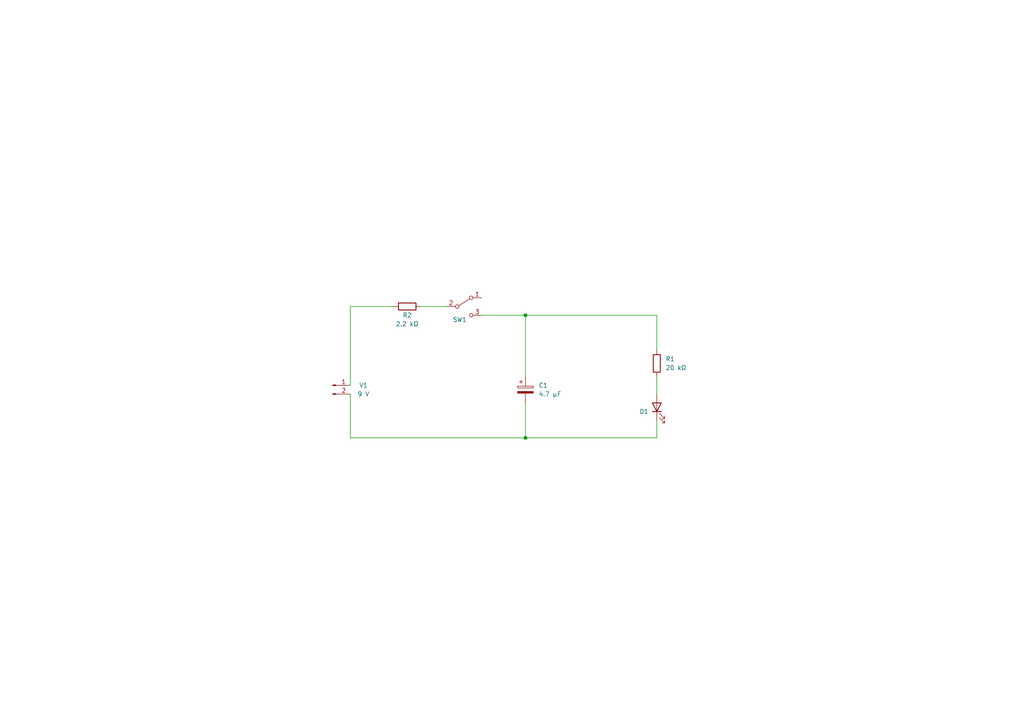
<source format=kicad_sch>
(kicad_sch (version 20211123) (generator eeschema)

  (uuid 3e101ecd-077b-4a72-aeec-f484574ea299)

  (paper "A4")

  (lib_symbols
    (symbol "Connector:Conn_01x02_Male" (pin_names (offset 1.016) hide) (in_bom yes) (on_board yes)
      (property "Reference" "J" (id 0) (at 0 2.54 0)
        (effects (font (size 1.27 1.27)))
      )
      (property "Value" "Conn_01x02_Male" (id 1) (at 0 -5.08 0)
        (effects (font (size 1.27 1.27)))
      )
      (property "Footprint" "" (id 2) (at 0 0 0)
        (effects (font (size 1.27 1.27)) hide)
      )
      (property "Datasheet" "~" (id 3) (at 0 0 0)
        (effects (font (size 1.27 1.27)) hide)
      )
      (property "ki_keywords" "connector" (id 4) (at 0 0 0)
        (effects (font (size 1.27 1.27)) hide)
      )
      (property "ki_description" "Generic connector, single row, 01x02, script generated (kicad-library-utils/schlib/autogen/connector/)" (id 5) (at 0 0 0)
        (effects (font (size 1.27 1.27)) hide)
      )
      (property "ki_fp_filters" "Connector*:*_1x??_*" (id 6) (at 0 0 0)
        (effects (font (size 1.27 1.27)) hide)
      )
      (symbol "Conn_01x02_Male_1_1"
        (polyline
          (pts
            (xy 1.27 -2.54)
            (xy 0.8636 -2.54)
          )
          (stroke (width 0.1524) (type default) (color 0 0 0 0))
          (fill (type none))
        )
        (polyline
          (pts
            (xy 1.27 0)
            (xy 0.8636 0)
          )
          (stroke (width 0.1524) (type default) (color 0 0 0 0))
          (fill (type none))
        )
        (rectangle (start 0.8636 -2.413) (end 0 -2.667)
          (stroke (width 0.1524) (type default) (color 0 0 0 0))
          (fill (type outline))
        )
        (rectangle (start 0.8636 0.127) (end 0 -0.127)
          (stroke (width 0.1524) (type default) (color 0 0 0 0))
          (fill (type outline))
        )
        (pin passive line (at 5.08 0 180) (length 3.81)
          (name "Pin_1" (effects (font (size 1.27 1.27))))
          (number "1" (effects (font (size 1.27 1.27))))
        )
        (pin passive line (at 5.08 -2.54 180) (length 3.81)
          (name "Pin_2" (effects (font (size 1.27 1.27))))
          (number "2" (effects (font (size 1.27 1.27))))
        )
      )
    )
    (symbol "Device:C_Polarized" (pin_numbers hide) (pin_names (offset 0.254)) (in_bom yes) (on_board yes)
      (property "Reference" "C" (id 0) (at 0.635 2.54 0)
        (effects (font (size 1.27 1.27)) (justify left))
      )
      (property "Value" "C_Polarized" (id 1) (at 0.635 -2.54 0)
        (effects (font (size 1.27 1.27)) (justify left))
      )
      (property "Footprint" "" (id 2) (at 0.9652 -3.81 0)
        (effects (font (size 1.27 1.27)) hide)
      )
      (property "Datasheet" "~" (id 3) (at 0 0 0)
        (effects (font (size 1.27 1.27)) hide)
      )
      (property "ki_keywords" "cap capacitor" (id 4) (at 0 0 0)
        (effects (font (size 1.27 1.27)) hide)
      )
      (property "ki_description" "Polarized capacitor" (id 5) (at 0 0 0)
        (effects (font (size 1.27 1.27)) hide)
      )
      (property "ki_fp_filters" "CP_*" (id 6) (at 0 0 0)
        (effects (font (size 1.27 1.27)) hide)
      )
      (symbol "C_Polarized_0_1"
        (rectangle (start -2.286 0.508) (end 2.286 1.016)
          (stroke (width 0) (type default) (color 0 0 0 0))
          (fill (type none))
        )
        (polyline
          (pts
            (xy -1.778 2.286)
            (xy -0.762 2.286)
          )
          (stroke (width 0) (type default) (color 0 0 0 0))
          (fill (type none))
        )
        (polyline
          (pts
            (xy -1.27 2.794)
            (xy -1.27 1.778)
          )
          (stroke (width 0) (type default) (color 0 0 0 0))
          (fill (type none))
        )
        (rectangle (start 2.286 -0.508) (end -2.286 -1.016)
          (stroke (width 0) (type default) (color 0 0 0 0))
          (fill (type outline))
        )
      )
      (symbol "C_Polarized_1_1"
        (pin passive line (at 0 3.81 270) (length 2.794)
          (name "~" (effects (font (size 1.27 1.27))))
          (number "1" (effects (font (size 1.27 1.27))))
        )
        (pin passive line (at 0 -3.81 90) (length 2.794)
          (name "~" (effects (font (size 1.27 1.27))))
          (number "2" (effects (font (size 1.27 1.27))))
        )
      )
    )
    (symbol "Device:LED" (pin_numbers hide) (pin_names (offset 1.016) hide) (in_bom yes) (on_board yes)
      (property "Reference" "D" (id 0) (at 0 2.54 0)
        (effects (font (size 1.27 1.27)))
      )
      (property "Value" "LED" (id 1) (at 0 -2.54 0)
        (effects (font (size 1.27 1.27)))
      )
      (property "Footprint" "" (id 2) (at 0 0 0)
        (effects (font (size 1.27 1.27)) hide)
      )
      (property "Datasheet" "~" (id 3) (at 0 0 0)
        (effects (font (size 1.27 1.27)) hide)
      )
      (property "ki_keywords" "LED diode" (id 4) (at 0 0 0)
        (effects (font (size 1.27 1.27)) hide)
      )
      (property "ki_description" "Light emitting diode" (id 5) (at 0 0 0)
        (effects (font (size 1.27 1.27)) hide)
      )
      (property "ki_fp_filters" "LED* LED_SMD:* LED_THT:*" (id 6) (at 0 0 0)
        (effects (font (size 1.27 1.27)) hide)
      )
      (symbol "LED_0_1"
        (polyline
          (pts
            (xy -1.27 -1.27)
            (xy -1.27 1.27)
          )
          (stroke (width 0.254) (type default) (color 0 0 0 0))
          (fill (type none))
        )
        (polyline
          (pts
            (xy -1.27 0)
            (xy 1.27 0)
          )
          (stroke (width 0) (type default) (color 0 0 0 0))
          (fill (type none))
        )
        (polyline
          (pts
            (xy 1.27 -1.27)
            (xy 1.27 1.27)
            (xy -1.27 0)
            (xy 1.27 -1.27)
          )
          (stroke (width 0.254) (type default) (color 0 0 0 0))
          (fill (type none))
        )
        (polyline
          (pts
            (xy -3.048 -0.762)
            (xy -4.572 -2.286)
            (xy -3.81 -2.286)
            (xy -4.572 -2.286)
            (xy -4.572 -1.524)
          )
          (stroke (width 0) (type default) (color 0 0 0 0))
          (fill (type none))
        )
        (polyline
          (pts
            (xy -1.778 -0.762)
            (xy -3.302 -2.286)
            (xy -2.54 -2.286)
            (xy -3.302 -2.286)
            (xy -3.302 -1.524)
          )
          (stroke (width 0) (type default) (color 0 0 0 0))
          (fill (type none))
        )
      )
      (symbol "LED_1_1"
        (pin passive line (at -3.81 0 0) (length 2.54)
          (name "K" (effects (font (size 1.27 1.27))))
          (number "1" (effects (font (size 1.27 1.27))))
        )
        (pin passive line (at 3.81 0 180) (length 2.54)
          (name "A" (effects (font (size 1.27 1.27))))
          (number "2" (effects (font (size 1.27 1.27))))
        )
      )
    )
    (symbol "Device:R" (pin_numbers hide) (pin_names (offset 0)) (in_bom yes) (on_board yes)
      (property "Reference" "R" (id 0) (at 2.032 0 90)
        (effects (font (size 1.27 1.27)))
      )
      (property "Value" "R" (id 1) (at 0 0 90)
        (effects (font (size 1.27 1.27)))
      )
      (property "Footprint" "" (id 2) (at -1.778 0 90)
        (effects (font (size 1.27 1.27)) hide)
      )
      (property "Datasheet" "~" (id 3) (at 0 0 0)
        (effects (font (size 1.27 1.27)) hide)
      )
      (property "ki_keywords" "R res resistor" (id 4) (at 0 0 0)
        (effects (font (size 1.27 1.27)) hide)
      )
      (property "ki_description" "Resistor" (id 5) (at 0 0 0)
        (effects (font (size 1.27 1.27)) hide)
      )
      (property "ki_fp_filters" "R_*" (id 6) (at 0 0 0)
        (effects (font (size 1.27 1.27)) hide)
      )
      (symbol "R_0_1"
        (rectangle (start -1.016 -2.54) (end 1.016 2.54)
          (stroke (width 0.254) (type default) (color 0 0 0 0))
          (fill (type none))
        )
      )
      (symbol "R_1_1"
        (pin passive line (at 0 3.81 270) (length 1.27)
          (name "~" (effects (font (size 1.27 1.27))))
          (number "1" (effects (font (size 1.27 1.27))))
        )
        (pin passive line (at 0 -3.81 90) (length 1.27)
          (name "~" (effects (font (size 1.27 1.27))))
          (number "2" (effects (font (size 1.27 1.27))))
        )
      )
    )
    (symbol "Switch:SW_SPDT" (pin_names (offset 0) hide) (in_bom yes) (on_board yes)
      (property "Reference" "SW" (id 0) (at 0 4.318 0)
        (effects (font (size 1.27 1.27)))
      )
      (property "Value" "SW_SPDT" (id 1) (at 0 -5.08 0)
        (effects (font (size 1.27 1.27)))
      )
      (property "Footprint" "" (id 2) (at 0 0 0)
        (effects (font (size 1.27 1.27)) hide)
      )
      (property "Datasheet" "~" (id 3) (at 0 0 0)
        (effects (font (size 1.27 1.27)) hide)
      )
      (property "ki_keywords" "switch single-pole double-throw spdt ON-ON" (id 4) (at 0 0 0)
        (effects (font (size 1.27 1.27)) hide)
      )
      (property "ki_description" "Switch, single pole double throw" (id 5) (at 0 0 0)
        (effects (font (size 1.27 1.27)) hide)
      )
      (symbol "SW_SPDT_0_0"
        (circle (center -2.032 0) (radius 0.508)
          (stroke (width 0) (type default) (color 0 0 0 0))
          (fill (type none))
        )
        (circle (center 2.032 -2.54) (radius 0.508)
          (stroke (width 0) (type default) (color 0 0 0 0))
          (fill (type none))
        )
      )
      (symbol "SW_SPDT_0_1"
        (polyline
          (pts
            (xy -1.524 0.254)
            (xy 1.651 2.286)
          )
          (stroke (width 0) (type default) (color 0 0 0 0))
          (fill (type none))
        )
        (circle (center 2.032 2.54) (radius 0.508)
          (stroke (width 0) (type default) (color 0 0 0 0))
          (fill (type none))
        )
      )
      (symbol "SW_SPDT_1_1"
        (pin passive line (at 5.08 2.54 180) (length 2.54)
          (name "A" (effects (font (size 1.27 1.27))))
          (number "1" (effects (font (size 1.27 1.27))))
        )
        (pin passive line (at -5.08 0 0) (length 2.54)
          (name "B" (effects (font (size 1.27 1.27))))
          (number "2" (effects (font (size 1.27 1.27))))
        )
        (pin passive line (at 5.08 -2.54 180) (length 2.54)
          (name "C" (effects (font (size 1.27 1.27))))
          (number "3" (effects (font (size 1.27 1.27))))
        )
      )
    )
  )

  (junction (at 152.4 91.44) (diameter 0) (color 0 0 0 0)
    (uuid 3ba50869-b3c0-490c-a4f0-e0bbd6ea0c10)
  )
  (junction (at 152.4 127) (diameter 0) (color 0 0 0 0)
    (uuid fb59d915-c8b7-4999-9070-e51c5155e5fa)
  )

  (wire (pts (xy 101.6 127) (xy 152.4 127))
    (stroke (width 0) (type default) (color 0 0 0 0))
    (uuid 1ce3316f-2bce-4c41-9340-bdb2391de554)
  )
  (wire (pts (xy 101.6 114.3) (xy 101.6 127))
    (stroke (width 0) (type default) (color 0 0 0 0))
    (uuid 495747dc-fc46-4ad8-9481-8758cebcb96b)
  )
  (wire (pts (xy 101.6 111.76) (xy 101.6 88.9))
    (stroke (width 0) (type default) (color 0 0 0 0))
    (uuid 4aba5c0a-8896-4964-9622-2a187b3fde4e)
  )
  (wire (pts (xy 152.4 91.44) (xy 152.4 109.22))
    (stroke (width 0) (type default) (color 0 0 0 0))
    (uuid 54bf8831-2abb-4d5f-9740-3688ed5e8c90)
  )
  (wire (pts (xy 121.92 88.9) (xy 129.54 88.9))
    (stroke (width 0) (type default) (color 0 0 0 0))
    (uuid 5a26df79-ff59-44d8-b895-a1d79948f4ab)
  )
  (wire (pts (xy 101.6 88.9) (xy 114.3 88.9))
    (stroke (width 0) (type default) (color 0 0 0 0))
    (uuid 69e0588a-e70a-407e-9bc6-d3ba626af165)
  )
  (wire (pts (xy 190.5 109.22) (xy 190.5 114.3))
    (stroke (width 0) (type default) (color 0 0 0 0))
    (uuid 6d5bdf1d-fe73-49d3-97b0-0f3eff86985c)
  )
  (wire (pts (xy 190.5 127) (xy 152.4 127))
    (stroke (width 0) (type default) (color 0 0 0 0))
    (uuid 998ff36f-56e7-442b-92d9-f5b457488cad)
  )
  (wire (pts (xy 190.5 121.92) (xy 190.5 127))
    (stroke (width 0) (type default) (color 0 0 0 0))
    (uuid c034f28b-a84a-493c-a0d9-2e708da0aa99)
  )
  (wire (pts (xy 152.4 127) (xy 152.4 116.84))
    (stroke (width 0) (type default) (color 0 0 0 0))
    (uuid d9381e91-6346-42f2-99ea-7bbb1705a133)
  )
  (wire (pts (xy 190.5 101.6) (xy 190.5 91.44))
    (stroke (width 0) (type default) (color 0 0 0 0))
    (uuid efc59171-522a-4160-a9d9-b84e2a85d3e5)
  )
  (wire (pts (xy 139.7 91.44) (xy 152.4 91.44))
    (stroke (width 0) (type default) (color 0 0 0 0))
    (uuid fbcc3fb4-d745-453f-ab9c-c1e19fe1c07f)
  )
  (wire (pts (xy 190.5 91.44) (xy 152.4 91.44))
    (stroke (width 0) (type default) (color 0 0 0 0))
    (uuid fecf7ced-69de-409d-9c42-ccd8df6a3f29)
  )

  (symbol (lib_id "Device:LED") (at 190.5 118.11 90) (unit 1)
    (in_bom yes) (on_board yes)
    (uuid 074fa724-4849-487a-a50c-808febd931e3)
    (property "Reference" "D1" (id 0) (at 185.42 119.38 90)
      (effects (font (size 1.27 1.27)) (justify right))
    )
    (property "Value" "LED" (id 1) (at 187.96 118.4276 90)
      (effects (font (size 1.27 1.27)) (justify left) hide)
    )
    (property "Footprint" "" (id 2) (at 190.5 118.11 0)
      (effects (font (size 1.27 1.27)) hide)
    )
    (property "Datasheet" "~" (id 3) (at 190.5 118.11 0)
      (effects (font (size 1.27 1.27)) hide)
    )
    (pin "1" (uuid 59af2611-a01c-46d4-81ce-66a9da5c4a02))
    (pin "2" (uuid 29baefaa-35a6-486a-9f99-efe2a75fdaf5))
  )

  (symbol (lib_id "Connector:Conn_01x02_Male") (at 96.52 111.76 0) (unit 1)
    (in_bom yes) (on_board yes)
    (uuid 582fe7d4-b64b-4059-a31a-ea73b972d76b)
    (property "Reference" "V1" (id 0) (at 105.41 111.76 0))
    (property "Value" "9 V" (id 1) (at 105.41 114.3 0))
    (property "Footprint" "" (id 2) (at 96.52 111.76 0)
      (effects (font (size 1.27 1.27)) hide)
    )
    (property "Datasheet" "~" (id 3) (at 96.52 111.76 0)
      (effects (font (size 1.27 1.27)) hide)
    )
    (pin "1" (uuid a20c0ab0-f4f6-4dc7-acb5-1e375bee2b47))
    (pin "2" (uuid bfd12dad-d564-4cab-a199-62a382d90fb3))
  )

  (symbol (lib_id "Device:R") (at 118.11 88.9 270) (unit 1)
    (in_bom yes) (on_board yes)
    (uuid 79c4756b-d3a4-48b5-a5ee-ee43ad665fa0)
    (property "Reference" "R2" (id 0) (at 118.11 91.44 90))
    (property "Value" "2.2 kΩ" (id 1) (at 118.11 93.98 90))
    (property "Footprint" "" (id 2) (at 118.11 87.122 90)
      (effects (font (size 1.27 1.27)) hide)
    )
    (property "Datasheet" "~" (id 3) (at 118.11 88.9 0)
      (effects (font (size 1.27 1.27)) hide)
    )
    (pin "1" (uuid 5e9cca69-01d1-4140-bc3d-f2c4de386f8d))
    (pin "2" (uuid ffa89865-7b3d-43b7-9fc7-a18a5b421326))
  )

  (symbol (lib_id "Device:C_Polarized") (at 152.4 113.03 0) (unit 1)
    (in_bom yes) (on_board yes)
    (uuid c5336c39-26ca-44ba-b54e-d7676b776845)
    (property "Reference" "C1" (id 0) (at 156.21 111.76 0)
      (effects (font (size 1.27 1.27)) (justify left))
    )
    (property "Value" "4.7 μF" (id 1) (at 156.21 114.3 0)
      (effects (font (size 1.27 1.27)) (justify left))
    )
    (property "Footprint" "" (id 2) (at 153.3652 116.84 0)
      (effects (font (size 1.27 1.27)) hide)
    )
    (property "Datasheet" "~" (id 3) (at 152.4 113.03 0)
      (effects (font (size 1.27 1.27)) hide)
    )
    (pin "1" (uuid 099e150d-c33d-4ffb-9320-b89d79441f64))
    (pin "2" (uuid f54a4cb9-1816-4566-b351-3de594acf983))
  )

  (symbol (lib_id "Switch:SW_SPDT") (at 134.62 88.9 0) (unit 1)
    (in_bom yes) (on_board yes)
    (uuid f16a620e-002a-4cf1-9556-9bfdb0d11794)
    (property "Reference" "SW1" (id 0) (at 133.35 92.71 0))
    (property "Value" "SW_SPDT" (id 1) (at 134.62 83.82 0)
      (effects (font (size 1.27 1.27)) hide)
    )
    (property "Footprint" "" (id 2) (at 134.62 88.9 0)
      (effects (font (size 1.27 1.27)) hide)
    )
    (property "Datasheet" "~" (id 3) (at 134.62 88.9 0)
      (effects (font (size 1.27 1.27)) hide)
    )
    (pin "1" (uuid 48b210d3-2eb6-4dd7-8b86-1dd46c28c39e))
    (pin "2" (uuid b9601900-9903-4c48-b1f1-768f62915d8e))
    (pin "3" (uuid 05aa88f6-1733-4433-a9a4-32dcb6a0739f))
  )

  (symbol (lib_id "Device:R") (at 190.5 105.41 0) (unit 1)
    (in_bom yes) (on_board yes) (fields_autoplaced)
    (uuid f178f23d-6deb-4d83-b1b2-c5e4417df48d)
    (property "Reference" "R1" (id 0) (at 193.04 104.1399 0)
      (effects (font (size 1.27 1.27)) (justify left))
    )
    (property "Value" "20 kΩ" (id 1) (at 193.04 106.6799 0)
      (effects (font (size 1.27 1.27)) (justify left))
    )
    (property "Footprint" "" (id 2) (at 188.722 105.41 90)
      (effects (font (size 1.27 1.27)) hide)
    )
    (property "Datasheet" "~" (id 3) (at 190.5 105.41 0)
      (effects (font (size 1.27 1.27)) hide)
    )
    (pin "1" (uuid 3281fe46-ae4b-4831-9cda-2f8d7e856b0c))
    (pin "2" (uuid b128d356-6261-4b11-9d32-067704aaf8f7))
  )

  (sheet_instances
    (path "/" (page "1"))
  )

  (symbol_instances
    (path "/c5336c39-26ca-44ba-b54e-d7676b776845"
      (reference "C1") (unit 1) (value "4.7 μF") (footprint "")
    )
    (path "/074fa724-4849-487a-a50c-808febd931e3"
      (reference "D1") (unit 1) (value "LED") (footprint "")
    )
    (path "/f178f23d-6deb-4d83-b1b2-c5e4417df48d"
      (reference "R1") (unit 1) (value "20 kΩ") (footprint "")
    )
    (path "/79c4756b-d3a4-48b5-a5ee-ee43ad665fa0"
      (reference "R2") (unit 1) (value "2.2 kΩ") (footprint "")
    )
    (path "/f16a620e-002a-4cf1-9556-9bfdb0d11794"
      (reference "SW1") (unit 1) (value "SW_SPDT") (footprint "")
    )
    (path "/582fe7d4-b64b-4059-a31a-ea73b972d76b"
      (reference "V1") (unit 1) (value "9 V") (footprint "")
    )
  )
)

</source>
